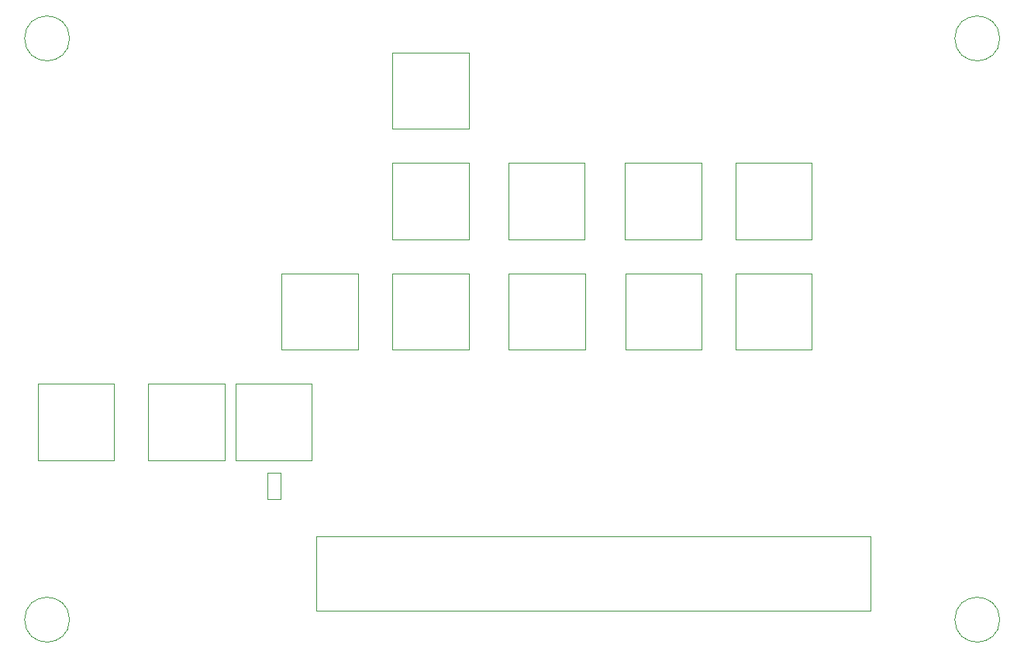
<source format=gbr>
%TF.GenerationSoftware,KiCad,Pcbnew,(6.0.8)*%
%TF.CreationDate,2022-10-28T14:48:27+02:00*%
%TF.ProjectId,XEM8350-BRK-MC1,58454d38-3335-4302-9d42-524b2d4d4331,rev?*%
%TF.SameCoordinates,Original*%
%TF.FileFunction,Other,User*%
%FSLAX46Y46*%
G04 Gerber Fmt 4.6, Leading zero omitted, Abs format (unit mm)*
G04 Created by KiCad (PCBNEW (6.0.8)) date 2022-10-28 14:48:27*
%MOMM*%
%LPD*%
G01*
G04 APERTURE LIST*
%ADD10C,0.050000*%
G04 APERTURE END LIST*
D10*
%TO.C,R1*%
X112933000Y-123618000D02*
X112933000Y-126572000D01*
X114397000Y-123618000D02*
X114397000Y-126572000D01*
X112933000Y-123618000D02*
X114397000Y-123618000D01*
X112933000Y-126572000D02*
X114397000Y-126572000D01*
%TO.C,MC1*%
X118335000Y-130559000D02*
X178845000Y-130559000D01*
X178845000Y-130559000D02*
X178845000Y-138681000D01*
X178845000Y-138681000D02*
X118335000Y-138681000D01*
X118335000Y-138681000D02*
X118335000Y-130559000D01*
%TO.C,P20*%
X87905000Y-113940000D02*
X96245000Y-113940000D01*
X96245000Y-122280000D02*
X96245000Y-113940000D01*
X87905000Y-113940000D02*
X87905000Y-122280000D01*
X96245000Y-122280000D02*
X87905000Y-122280000D01*
%TO.C,P87*%
X147619050Y-98150000D02*
X139279050Y-98150000D01*
X139279050Y-89810000D02*
X139279050Y-98150000D01*
X147619050Y-98150000D02*
X147619050Y-89810000D01*
X139279050Y-89810000D02*
X147619050Y-89810000D01*
%TO.C,REF\u002A\u002A*%
X192950000Y-139700000D02*
G75*
G03*
X192950000Y-139700000I-2450000J0D01*
G01*
%TO.C,P97*%
X160385629Y-110215000D02*
X160385629Y-101875000D01*
X152045629Y-101875000D02*
X152045629Y-110215000D01*
X152045629Y-101875000D02*
X160385629Y-101875000D01*
X160385629Y-110215000D02*
X152045629Y-110215000D01*
%TO.C,REF\u002A\u002A*%
X91350000Y-139700000D02*
G75*
G03*
X91350000Y-139700000I-2450000J0D01*
G01*
%TO.C,P41*%
X134959684Y-98150000D02*
X134959684Y-89810000D01*
X126619684Y-89810000D02*
X126619684Y-98150000D01*
X134959684Y-98150000D02*
X126619684Y-98150000D01*
X126619684Y-89810000D02*
X134959684Y-89810000D01*
%TO.C,P17*%
X109495000Y-113940000D02*
X117835000Y-113940000D01*
X117835000Y-122280000D02*
X109495000Y-122280000D01*
X117835000Y-122280000D02*
X117835000Y-113940000D01*
X109495000Y-113940000D02*
X109495000Y-122280000D01*
%TO.C,P33*%
X122846250Y-110215000D02*
X114506250Y-110215000D01*
X114506250Y-101875000D02*
X122846250Y-101875000D01*
X122846250Y-110215000D02*
X122846250Y-101875000D01*
X114506250Y-101875000D02*
X114506250Y-110215000D01*
%TO.C,P89*%
X147680000Y-110215000D02*
X139340000Y-110215000D01*
X139340000Y-101875000D02*
X139340000Y-110215000D01*
X139340000Y-101875000D02*
X147680000Y-101875000D01*
X147680000Y-110215000D02*
X147680000Y-101875000D01*
%TO.C,P111*%
X172445000Y-98150000D02*
X172445000Y-89810000D01*
X164105000Y-89810000D02*
X172445000Y-89810000D01*
X172445000Y-98150000D02*
X164105000Y-98150000D01*
X164105000Y-89810000D02*
X164105000Y-98150000D01*
%TO.C,P43*%
X126619684Y-77745000D02*
X126619684Y-86085000D01*
X126619684Y-77745000D02*
X134959684Y-77745000D01*
X134959684Y-86085000D02*
X126619684Y-86085000D01*
X134959684Y-86085000D02*
X134959684Y-77745000D01*
%TO.C,REF\u002A\u002A*%
X91350000Y-76200000D02*
G75*
G03*
X91350000Y-76200000I-2450000J0D01*
G01*
%TO.C,P18*%
X108310000Y-122280000D02*
X108310000Y-113940000D01*
X108310000Y-122280000D02*
X99970000Y-122280000D01*
X99970000Y-113940000D02*
X108310000Y-113940000D01*
X99970000Y-113940000D02*
X99970000Y-122280000D01*
%TO.C,P35*%
X134980000Y-110215000D02*
X126640000Y-110215000D01*
X126640000Y-101875000D02*
X126640000Y-110215000D01*
X126640000Y-101875000D02*
X134980000Y-101875000D01*
X134980000Y-110215000D02*
X134980000Y-101875000D01*
%TO.C,P95*%
X160380000Y-98150000D02*
X152040000Y-98150000D01*
X152040000Y-89810000D02*
X152040000Y-98150000D01*
X160380000Y-98150000D02*
X160380000Y-89810000D01*
X152040000Y-89810000D02*
X160380000Y-89810000D01*
%TO.C,REF\u002A\u002A*%
X192950000Y-76200000D02*
G75*
G03*
X192950000Y-76200000I-2450000J0D01*
G01*
%TO.C,P113*%
X164105000Y-101875000D02*
X172445000Y-101875000D01*
X164105000Y-101875000D02*
X164105000Y-110215000D01*
X172445000Y-110215000D02*
X164105000Y-110215000D01*
X172445000Y-110215000D02*
X172445000Y-101875000D01*
%TD*%
M02*

</source>
